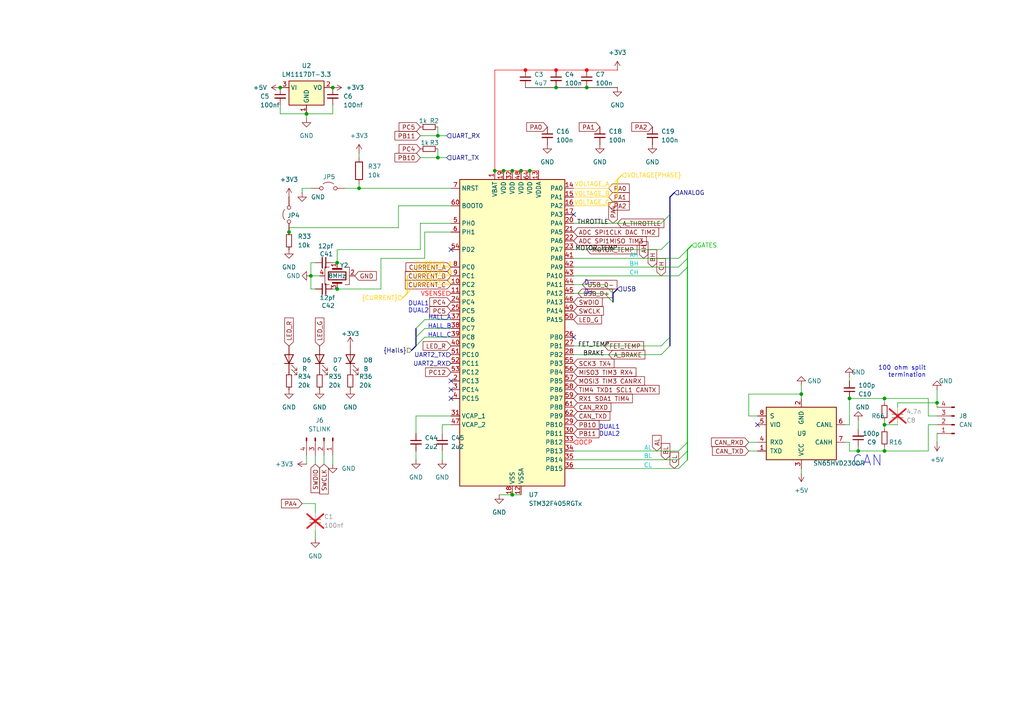
<source format=kicad_sch>
(kicad_sch (version 20231120) (generator "eeschema") (generator_version "8.0")
  (paper "A4")
  (lib_symbols
    (symbol "Connector:Conn_01x04_Pin" (pin_names (offset 1.016) hide)
      (property "Reference" "J" (at 0 5.08 0))
      (property "Value" "Conn_01x04_Pin" (at 0 -7.62 0))
      (symbol "Conn_01x04_Pin_1_1"
        (polyline (pts (xy 1.27 -5.08) (xy 0.8636 -5.08)) (stroke (width 0.1524)))
        (polyline (pts (xy 1.27 -2.54) (xy 0.8636 -2.54)) (stroke (width 0.1524)))
        (polyline (pts (xy 1.27 0) (xy 0.8636 0)) (stroke (width 0.1524)))
        (polyline (pts (xy 1.27 2.54) (xy 0.8636 2.54)) (stroke (width 0.1524)))
        (rectangle (start 0.8636 -4.953) (end 0 -5.207) (stroke (width 0.1524)) (fill (type outline)))
        (rectangle (start 0.8636 -2.413) (end 0 -2.667) (stroke (width 0.1524)) (fill (type outline)))
        (rectangle (start 0.8636 0.127) (end 0 -0.127) (stroke (width 0.1524)) (fill (type outline)))
        (rectangle (start 0.8636 2.667) (end 0 2.413) (stroke (width 0.1524)) (fill (type outline)))
        (pin passive line (at 5.08 2.54 180) (length 3.81) (name "Pin_1") (number "1"))
        (pin passive line (at 5.08 0 180) (length 3.81) (name "Pin_2") (number "2"))
        (pin passive line (at 5.08 -2.54 180) (length 3.81) (name "Pin_3") (number "3"))
        (pin passive line (at 5.08 -5.08 180) (length 3.81) (name "Pin_4") (number "4"))
      )
    )
    (symbol "Device:C_Small" (pin_numbers hide) (pin_names (offset 0.254) hide)
      (property "Reference" "C" (at 0.254 1.778 0))
      (property "Value" "C_Small" (at 0.254 -2.032 0))
      (symbol "C_Small_0_1"
        (polyline (pts (xy -1.524 -0.508) (xy 1.524 -0.508)) (stroke (width 0.3302)))
        (polyline (pts (xy -1.524 0.508) (xy 1.524 0.508)) (stroke (width 0.3048)))
      )
      (symbol "C_Small_1_1"
        (pin passive line (at 0 2.54 270) (length 2.032) (name "~") (number "1"))
        (pin passive line (at 0 -2.54 90) (length 2.032) (name "~") (number "2"))
      )
    )
    (symbol "Device:Crystal_GND24" (pin_names (offset 1.016) hide)
      (property "Reference" "Y" (at 3.175 5.08 0))
      (property "Value" "Crystal_GND24" (at 3.175 3.175 0))
      (symbol "Crystal_GND24_0_1"
        (rectangle (start -1.143 2.54) (end 1.143 -2.54) (stroke (width 0.3048)))
        (polyline (pts (xy -2.54 0) (xy -2.032 0)))
        (polyline (pts (xy -2.032 -1.27) (xy -2.032 1.27)) (stroke (width 0.508)))
        (polyline (pts (xy 0 -3.81) (xy 0 -3.556)))
        (polyline (pts (xy 0 3.556) (xy 0 3.81)))
        (polyline (pts (xy 2.032 -1.27) (xy 2.032 1.27)) (stroke (width 0.508)))
        (polyline (pts (xy 2.032 0) (xy 2.54 0)))
        (polyline (pts (xy -2.54 -2.286) (xy -2.54 -3.556) (xy 2.54 -3.556) (xy 2.54 -2.286)))
        (polyline (pts (xy -2.54 2.286) (xy -2.54 3.556) (xy 2.54 3.556) (xy 2.54 2.286)))
      )
      (symbol "Crystal_GND24_1_1"
        (pin passive line (at -3.81 0 0) (length 1.27) (name "1") (number "1"))
        (pin passive line (at 0 5.08 270) (length 1.27) (name "2") (number "2"))
        (pin passive line (at 3.81 0 180) (length 1.27) (name "3") (number "3"))
        (pin passive line (at 0 -5.08 90) (length 1.27) (name "4") (number "4"))
      )
    )
    (symbol "Device:LED" (pin_numbers hide) (pin_names (offset 1.016) hide)
      (property "Reference" "D" (at 0 2.54 0))
      (property "Value" "LED" (at 0 -2.54 0))
      (symbol "LED_0_1"
        (polyline (pts (xy -1.27 -1.27) (xy -1.27 1.27)) (stroke (width 0.254)))
        (polyline (pts (xy -1.27 0) (xy 1.27 0)))
        (polyline (pts (xy 1.27 -1.27) (xy 1.27 1.27) (xy -1.27 0) (xy 1.27 -1.27)) (stroke (width 0.254)))
        (polyline (pts (xy -3.048 -0.762) (xy -4.572 -2.286) (xy -3.81 -2.286) (xy -4.572 -2.286) (xy -4.572 -1.524)))
        (polyline (pts (xy -1.778 -0.762) (xy -3.302 -2.286) (xy -2.54 -2.286) (xy -3.302 -2.286) (xy -3.302 -1.524)))
      )
      (symbol "LED_1_1"
        (pin passive line (at -3.81 0 0) (length 2.54) (name "K") (number "1"))
        (pin passive line (at 3.81 0 180) (length 2.54) (name "A") (number "2"))
      )
    )
    (symbol "Device:R" (pin_numbers hide) (pin_names (offset 0))
      (property "Reference" "R" (at 2.032 0 90))
      (property "Value" "R" (at 0 0 90))
      (symbol "R_0_1"
        (rectangle (start -1.016 -2.54) (end 1.016 2.54) (stroke (width 0.254)))
      )
      (symbol "R_1_1"
        (pin passive line (at 0 3.81 270) (length 1.27) (name "~") (number "1"))
        (pin passive line (at 0 -3.81 90) (length 1.27) (name "~") (number "2"))
      )
    )
    (symbol "Device:R_Small" (pin_numbers hide) (pin_names (offset 0.254) hide)
      (property "Reference" "R" (at 0.762 0.508 0))
      (property "Value" "R_Small" (at 0.762 -1.016 0))
      (symbol "R_Small_0_1"
        (rectangle (start -0.762 1.778) (end 0.762 -1.778) (stroke (width 0.2032)))
      )
      (symbol "R_Small_1_1"
        (pin passive line (at 0 2.54 270) (length 0.762) (name "~") (number "1"))
        (pin passive line (at 0 -2.54 90) (length 0.762) (name "~") (number "2"))
      )
    )
    (symbol "Interface_CAN_LIN:TJA1051T-3" (pin_names (offset 1.016))
      (property "Reference" "U" (at -10.16 8.89 0))
      (property "Value" "TJA1051T-3" (at 1.27 8.89 0))
      (symbol "TJA1051T-3_0_1"
        (rectangle (start -10.16 7.62) (end 10.16 -7.62) (stroke (width 0.254)) (fill (type background)))
      )
      (symbol "TJA1051T-3_1_1"
        (pin input line (at -12.7 5.08 0) (length 2.54) (name "TXD") (number "1"))
        (pin power_in line (at 0 -10.16 90) (length 2.54) (name "GND") (number "2"))
        (pin power_in line (at 0 10.16 270) (length 2.54) (name "VCC") (number "3"))
        (pin output line (at -12.7 2.54 0) (length 2.54) (name "RXD") (number "4"))
        (pin power_in line (at -12.7 -2.54 0) (length 2.54) (name "VIO") (number "5"))
        (pin bidirectional line (at 12.7 -2.54 180) (length 2.54) (name "CANL") (number "6"))
        (pin bidirectional line (at 12.7 2.54 180) (length 2.54) (name "CANH") (number "7"))
        (pin input line (at -12.7 -5.08 0) (length 2.54) (name "S") (number "8"))
      )
    )
    (symbol "Jumper:Jumper_2_Open" (pin_numbers hide) (pin_names (offset 0) hide) (exclude_from_sim yes)
      (property "Reference" "JP" (at 0 2.794 0))
      (property "Value" "Jumper_2_Open" (at 0 -2.286 0))
      (symbol "Jumper_2_Open_0_0"
        (circle (center -2.032 0) (radius 0.508))
        (circle (center 2.032 0) (radius 0.508))
      )
      (symbol "Jumper_2_Open_0_1"
        (arc (start 1.524 1.27) (mid 0 1.778) (end -1.524 1.27))
      )
      (symbol "Jumper_2_Open_1_1"
        (pin passive line (at -5.08 0 0) (length 2.54) (name "A") (number "1"))
        (pin passive line (at 5.08 0 180) (length 2.54) (name "B") (number "2"))
      )
    )
    (symbol "MCU_ST_STM32F4:STM32F405RGTx"
      (property "Reference" "U" (at -15.24 46.99 0))
      (property "Value" "STM32F405RGTx" (at 10.16 46.99 0))
      (symbol "STM32F405RGTx_0_1"
        (rectangle (start -15.24 -43.18) (end 15.24 45.72) (stroke (width 0.254)) (fill (type background)))
      )
      (symbol "STM32F405RGTx_1_1"
        (pin power_in line (at -5.08 48.26 270) (length 2.54) (name "VBAT") (number "1"))
        (pin bidirectional line (at -17.78 15.24 0) (length 2.54) (name "PC2") (number "10"))
        (pin bidirectional line (at -17.78 12.7 0) (length 2.54) (name "PC3") (number "11"))
        (pin power_in line (at 2.54 -45.72 90) (length 2.54) (name "VSSA") (number "12"))
        (pin power_in line (at 7.62 48.26 270) (length 2.54) (name "VDDA") (number "13"))
        (pin bidirectional line (at 17.78 43.18 180) (length 2.54) (name "PA0") (number "14"))
        (pin bidirectional line (at 17.78 40.64 180) (length 2.54) (name "PA1") (number "15"))
        (pin bidirectional line (at 17.78 38.1 180) (length 2.54) (name "PA2") (number "16"))
        (pin bidirectional line (at 17.78 35.56 180) (length 2.54) (name "PA3") (number "17"))
        (pin power_in line (at 0 -45.72 90) (length 2.54) (name "VSS") (number "18"))
        (pin power_in line (at -2.54 48.26 270) (length 2.54) (name "VDD") (number "19"))
        (pin bidirectional line (at -17.78 -12.7 0) (length 2.54) (name "PC13") (number "2"))
        (pin bidirectional line (at 17.78 33.02 180) (length 2.54) (name "PA4") (number "20"))
        (pin bidirectional line (at 17.78 30.48 180) (length 2.54) (name "PA5") (number "21"))
        (pin bidirectional line (at 17.78 27.94 180) (length 2.54) (name "PA6") (number "22"))
        (pin bidirectional line (at 17.78 25.4 180) (length 2.54) (name "PA7") (number "23"))
        (pin bidirectional line (at -17.78 10.16 0) (length 2.54) (name "PC4") (number "24"))
        (pin bidirectional line (at -17.78 7.62 0) (length 2.54) (name "PC5") (number "25"))
        (pin bidirectional line (at 17.78 0 180) (length 2.54) (name "PB0") (number "26"))
        (pin bidirectional line (at 17.78 -2.54 180) (length 2.54) (name "PB1") (number "27"))
        (pin bidirectional line (at 17.78 -5.08 180) (length 2.54) (name "PB2") (number "28"))
        (pin bidirectional line (at 17.78 -25.4 180) (length 2.54) (name "PB10") (number "29"))
        (pin bidirectional line (at -17.78 -15.24 0) (length 2.54) (name "PC14") (number "3"))
        (pin bidirectional line (at 17.78 -27.94 180) (length 2.54) (name "PB11") (number "30"))
        (pin power_out line (at -17.78 -22.86 0) (length 2.54) (name "VCAP_1") (number "31"))
        (pin power_in line (at 0 48.26 270) (length 2.54) (name "VDD") (number "32"))
        (pin bidirectional line (at 17.78 -30.48 180) (length 2.54) (name "PB12") (number "33"))
        (pin bidirectional line (at 17.78 -33.02 180) (length 2.54) (name "PB13") (number "34"))
        (pin bidirectional line (at 17.78 -35.56 180) (length 2.54) (name "PB14") (number "35"))
        (pin bidirectional line (at 17.78 -38.1 180) (length 2.54) (name "PB15") (number "36"))
        (pin bidirectional line (at -17.78 5.08 0) (length 2.54) (name "PC6") (number "37"))
        (pin bidirectional line (at -17.78 2.54 0) (length 2.54) (name "PC7") (number "38"))
        (pin bidirectional line (at -17.78 0 0) (length 2.54) (name "PC8") (number "39"))
        (pin bidirectional line (at -17.78 -17.78 0) (length 2.54) (name "PC15") (number "4"))
        (pin bidirectional line (at -17.78 -2.54 0) (length 2.54) (name "PC9") (number "40"))
        (pin bidirectional line (at 17.78 22.86 180) (length 2.54) (name "PA8") (number "41"))
        (pin bidirectional line (at 17.78 20.32 180) (length 2.54) (name "PA9") (number "42"))
        (pin bidirectional line (at 17.78 17.78 180) (length 2.54) (name "PA10") (number "43"))
        (pin bidirectional line (at 17.78 15.24 180) (length 2.54) (name "PA11") (number "44"))
        (pin bidirectional line (at 17.78 12.7 180) (length 2.54) (name "PA12") (number "45"))
        (pin bidirectional line (at 17.78 10.16 180) (length 2.54) (name "PA13") (number "46"))
        (pin power_out line (at -17.78 -25.4 0) (length 2.54) (name "VCAP_2") (number "47"))
        (pin power_in line (at 2.54 48.26 270) (length 2.54) (name "VDD") (number "48"))
        (pin bidirectional line (at 17.78 7.62 180) (length 2.54) (name "PA14") (number "49"))
        (pin bidirectional line (at -17.78 33.02 0) (length 2.54) (name "PH0") (number "5"))
        (pin bidirectional line (at 17.78 5.08 180) (length 2.54) (name "PA15") (number "50"))
        (pin bidirectional line (at -17.78 -5.08 0) (length 2.54) (name "PC10") (number "51"))
        (pin bidirectional line (at -17.78 -7.62 0) (length 2.54) (name "PC11") (number "52"))
        (pin bidirectional line (at -17.78 -10.16 0) (length 2.54) (name "PC12") (number "53"))
        (pin bidirectional line (at -17.78 25.4 0) (length 2.54) (name "PD2") (number "54"))
        (pin bidirectional line (at 17.78 -7.62 180) (length 2.54) (name "PB3") (number "55"))
        (pin bidirectional line (at 17.78 -10.16 180) (length 2.54) (name "PB4") (number "56"))
        (pin bidirectional line (at 17.78 -12.7 180) (length 2.54) (name "PB5") (number "57"))
        (pin bidirectional line (at 17.78 -15.24 180) (length 2.54) (name "PB6") (number "58"))
        (pin bidirectional line (at 17.78 -17.78 180) (length 2.54) (name "PB7") (number "59"))
        (pin bidirectional line (at -17.78 30.48 0) (length 2.54) (name "PH1") (number "6"))
        (pin input line (at -17.78 38.1 0) (length 2.54) (name "BOOT0") (number "60"))
        (pin bidirectional line (at 17.78 -20.32 180) (length 2.54) (name "PB8") (number "61"))
        (pin bidirectional line (at 17.78 -22.86 180) (length 2.54) (name "PB9") (number "62"))
        (pin passive line (at 0 -45.72 90) (length 2.54) hide (name "VSS") (number "63"))
        (pin power_in line (at 5.08 48.26 270) (length 2.54) (name "VDD") (number "64"))
        (pin input line (at -17.78 43.18 0) (length 2.54) (name "NRST") (number "7"))
        (pin bidirectional line (at -17.78 20.32 0) (length 2.54) (name "PC0") (number "8"))
        (pin bidirectional line (at -17.78 17.78 0) (length 2.54) (name "PC1") (number "9"))
      )
    )
    (symbol "Regulator_Linear:LM1117DT-3.3"
      (property "Reference" "U" (at -3.81 3.175 0))
      (property "Value" "LM1117DT-3.3" (at 0 3.175 0))
      (symbol "LM1117DT-3.3_0_1"
        (rectangle (start -5.08 -5.08) (end 5.08 1.905) (stroke (width 0.254)) (fill (type background)))
      )
      (symbol "LM1117DT-3.3_1_1"
        (pin power_in line (at 0 -7.62 90) (length 2.54) (name "GND") (number "1"))
        (pin power_out line (at 7.62 0 180) (length 2.54) (name "VO") (number "2"))
        (pin power_in line (at -7.62 0 0) (length 2.54) (name "VI") (number "3"))
      )
    )
    (symbol "power:+3V3" (power) (pin_numbers hide) (pin_names (offset 0) hide)
      (property "Value" "+3V3" (at 0 3.556 0))
      (symbol "+3V3_0_1"
        (polyline (pts (xy -0.762 1.27) (xy 0 2.54)))
        (polyline (pts (xy 0 0) (xy 0 2.54)))
        (polyline (pts (xy 0 2.54) (xy 0.762 1.27)))
      )
      (symbol "+3V3_1_1"
        (pin power_in line (at 0 0 90) (length 0) (name "~") (number "1"))
      )
    )
    (symbol "power:+5V" (power) (pin_numbers hide) (pin_names (offset 0) hide)
      (property "Value" "+5V" (at 0 3.556 0))
      (symbol "+5V_0_1"
        (polyline (pts (xy -0.762 1.27) (xy 0 2.54)))
        (polyline (pts (xy 0 0) (xy 0 2.54)))
        (polyline (pts (xy 0 2.54) (xy 0.762 1.27)))
      )
      (symbol "+5V_1_1"
        (pin power_in line (at 0 0 90) (length 0) (name "~") (number "1"))
      )
    )
    (symbol "power:GND" (power) (pin_numbers hide) (pin_names (offset 0) hide)
      (property "Value" "GND" (at 0 -3.81 0))
      (symbol "GND_0_1"
        (polyline (pts (xy 0 0) (xy 0 -1.27) (xy 1.27 -1.27) (xy 0 -2.54) (xy -1.27 -1.27) (xy 0 -1.27)))
      )
      (symbol "GND_1_1"
        (pin power_in line (at 0 0 270) (length 0) (name "~") (number "1"))
      )
    )
  )
  (junction (at 151.13 49.53))
  (junction (at 90.17 80.01))
  (junction (at 146.05 49.53))
  (junction (at 127 39.37))
  (junction (at 152.4 20.32) (color 255 0 0 1))
  (junction (at 143.51 49.53))
  (junction (at 81.28 25.4))
  (junction (at 248.92 130.81))
  (junction (at 256.54 123.19))
  (junction (at 161.29 25.4))
  (junction (at 83.82 67.31))
  (junction (at 97.79 83.82))
  (junction (at 256.54 130.81))
  (junction (at 88.9 33.02))
  (junction (at 246.38 115.57))
  (junction (at 161.29 20.32) (color 255 0 0 1))
  (junction (at 148.59 143.51))
  (junction (at 153.67 49.53))
  (junction (at 256.54 115.57))
  (junction (at 232.41 114.3))
  (junction (at 127 45.72))
  (junction (at 97.79 76.2))
  (junction (at 170.18 20.32) (color 255 0 0 1))
  (junction (at 96.52 25.4))
  (junction (at 148.59 49.53))
  (junction (at 271.78 116.84))
  (junction (at 170.18 25.4))
  (junction (at 104.14 54.61))
  (no_connect (at 130.81 110.49))
  (no_connect (at 166.37 62.23))
  (no_connect (at 130.81 115.57))
  (no_connect (at 219.71 123.19))
  (no_connect (at 130.81 113.03))
  (no_connect (at 166.37 97.79))
  (no_connect (at 130.81 72.39))
  (bus_entry (at 191.77 102.87) (size 2.54 -2.54))
  (bus_entry (at 176.53 57.15) (size 2.54 -2.54) (stroke (width 0) (color 255 206 0 1)))
  (bus_entry (at 196.85 74.93) (size 2.54 -2.54))
  (bus_entry (at 175.26 85.09) (size 2.54 2.54))
  (bus_entry (at 191.77 72.39) (size 2.54 -2.54))
  (bus_entry (at 191.77 100.33) (size 2.54 -2.54))
  (bus_entry (at 196.85 80.01) (size 2.54 -2.54))
  (bus_entry (at 118.11 80.01) (size 2.54 -2.54) (stroke (width 0) (color 255 206 0 1)))
  (bus_entry (at 118.11 85.09) (size 2.54 -2.54) (stroke (width 0) (color 255 206 0 1)))
  (bus_entry (at 196.85 77.47) (size 2.54 -2.54))
  (bus_entry (at 175.26 82.55) (size 2.54 2.54))
  (bus_entry (at 176.53 59.69) (size 2.54 -2.54) (stroke (width 0) (color 255 206 0 1)))
  (bus_entry (at 118.11 82.55) (size 2.54 -2.54) (stroke (width 0) (color 255 206 0 1)))
  (bus_entry (at 196.85 130.81) (size 2.54 -2.54))
  (bus_entry (at 176.53 54.61) (size 2.54 -2.54) (stroke (width 0) (color 255 206 0 1)))
  (bus_entry (at 120.65 95.25) (size 2.54 -2.54))
  (bus_entry (at 120.65 100.33) (size 2.54 -2.54))
  (bus_entry (at 191.77 64.77) (size 2.54 -2.54))
  (bus_entry (at 196.85 135.89) (size 2.54 -2.54))
  (bus_entry (at 120.65 97.79) (size 2.54 -2.54))
  (bus_entry (at 196.85 133.35) (size 2.54 -2.54))
  (wire (pts (xy 143.51 20.32) (xy 152.4 20.32)) (stroke (width 0) (color 255 0 0 1)))
  (wire (pts (xy 269.24 123.19) (xy 271.78 123.19)))
  (wire (pts (xy 246.38 115.57) (xy 256.54 115.57)))
  (bus (pts (xy 199.39 77.47) (xy 199.39 128.27)) (stroke (width 0) (color 0 194 0 1)))
  (wire (pts (xy 93.98 132.08) (xy 93.98 134.62)))
  (wire (pts (xy 120.65 82.55) (xy 130.81 82.55)) (stroke (width 0) (color 255 206 0 1)))
  (wire (pts (xy 104.14 44.45) (xy 104.14 45.72)))
  (wire (pts (xy 269.24 130.81) (xy 269.24 123.19)))
  (wire (pts (xy 104.14 53.34) (xy 104.14 54.61)))
  (wire (pts (xy 217.17 120.65) (xy 219.71 120.65)))
  (wire (pts (xy 120.65 130.81) (xy 120.65 133.35)))
  (bus (pts (xy 118.11 80.01) (xy 118.11 82.55)) (stroke (width 0) (color 255 206 0 1)))
  (wire (pts (xy 121.92 39.37) (xy 127 39.37)))
  (wire (pts (xy 166.37 54.61) (xy 176.53 54.61)) (stroke (width 0) (color 255 206 0 1)))
  (wire (pts (xy 120.65 125.73) (xy 120.65 120.65)))
  (wire (pts (xy 256.54 130.81) (xy 256.54 129.54)))
  (wire (pts (xy 88.9 33.02) (xy 96.52 33.02)))
  (wire (pts (xy 166.37 130.81) (xy 196.85 130.81)))
  (wire (pts (xy 166.37 102.87) (xy 191.77 102.87)))
  (wire (pts (xy 128.27 130.81) (xy 128.27 133.35)))
  (wire (pts (xy 91.44 146.05) (xy 91.44 148.59)))
  (bus (pts (xy 199.39 128.27) (xy 199.39 130.81)) (stroke (width 0) (color 0 194 0 1)))
  (wire (pts (xy 256.54 124.46) (xy 256.54 123.19)))
  (wire (pts (xy 152.4 25.4) (xy 161.29 25.4)) (stroke (width 0) (color 0 0 0 1)))
  (wire (pts (xy 166.37 85.09) (xy 175.26 85.09)))
  (wire (pts (xy 120.65 120.65) (xy 130.81 120.65)))
  (wire (pts (xy 260.35 118.11) (xy 260.35 116.84)))
  (bus (pts (xy 179.07 54.61) (xy 179.07 52.07)) (stroke (width 0) (color 255 206 0 1)))
  (wire (pts (xy 148.59 143.51) (xy 151.13 143.51)))
  (wire (pts (xy 248.92 130.81) (xy 246.38 130.81)))
  (wire (pts (xy 151.13 49.53) (xy 153.67 49.53)) (stroke (width 0) (color 253 0 0 1)))
  (wire (pts (xy 83.82 66.04) (xy 115.57 66.04)))
  (wire (pts (xy 166.37 74.93) (xy 196.85 74.93)))
  (wire (pts (xy 271.78 113.03) (xy 271.78 116.84)))
  (wire (pts (xy 91.44 76.2) (xy 90.17 76.2)))
  (wire (pts (xy 97.79 83.82) (xy 110.49 83.82)))
  (wire (pts (xy 127 39.37) (xy 129.54 39.37)))
  (wire (pts (xy 121.92 64.77) (xy 130.81 64.77)))
  (wire (pts (xy 217.17 114.3) (xy 217.17 120.65)))
  (wire (pts (xy 217.17 130.81) (xy 219.71 130.81)))
  (wire (pts (xy 115.57 59.69) (xy 115.57 66.04)))
  (wire (pts (xy 245.11 128.27) (xy 246.38 128.27)))
  (wire (pts (xy 110.49 74.93) (xy 123.19 74.93)))
  (bus (pts (xy 199.39 74.93) (xy 199.39 77.47)) (stroke (width 0) (color 0 194 0 1)))
  (wire (pts (xy 217.17 128.27) (xy 219.71 128.27)))
  (wire (pts (xy 166.37 80.01) (xy 196.85 80.01)))
  (wire (pts (xy 104.14 54.61) (xy 130.81 54.61)))
  (wire (pts (xy 91.44 153.67) (xy 91.44 156.21)))
  (wire (pts (xy 127 45.72) (xy 129.54 45.72)))
  (wire (pts (xy 246.38 123.19) (xy 246.38 115.57)))
  (wire (pts (xy 127 43.18) (xy 127 45.72)))
  (wire (pts (xy 248.92 130.81) (xy 248.92 129.54)))
  (bus (pts (xy 179.07 52.07) (xy 180.34 50.8)) (stroke (width 0) (color 255 206 0 1)))
  (wire (pts (xy 166.37 77.47) (xy 196.85 77.47)))
  (wire (pts (xy 246.38 130.81) (xy 246.38 128.27)))
  (wire (pts (xy 232.41 114.3) (xy 232.41 111.76)))
  (wire (pts (xy 166.37 59.69) (xy 176.53 59.69)) (stroke (width 0) (color 255 206 0 1)))
  (wire (pts (xy 90.17 83.82) (xy 91.44 83.82)))
  (wire (pts (xy 166.37 133.35) (xy 196.85 133.35)))
  (wire (pts (xy 146.05 49.53) (xy 148.59 49.53)) (stroke (width 0) (color 253 0 0 1)))
  (wire (pts (xy 269.24 130.81) (xy 256.54 130.81)))
  (wire (pts (xy 91.44 132.08) (xy 91.44 134.62)))
  (wire (pts (xy 245.11 123.19) (xy 246.38 123.19)))
  (wire (pts (xy 96.52 30.48) (xy 96.52 33.02)))
  (wire (pts (xy 143.51 49.53) (xy 146.05 49.53)) (stroke (width 0) (color 253 0 0 1)))
  (wire (pts (xy 143.51 20.32) (xy 143.51 49.53)) (stroke (width 0) (color 255 0 0 1)))
  (wire (pts (xy 232.41 135.89) (xy 232.41 137.16)))
  (wire (pts (xy 166.37 135.89) (xy 196.85 135.89)))
  (wire (pts (xy 256.54 115.57) (xy 256.54 116.84)))
  (wire (pts (xy 81.28 33.02) (xy 81.28 30.48)))
  (bus (pts (xy 177.8 85.09) (xy 177.8 87.63)))
  (wire (pts (xy 271.78 116.84) (xy 271.78 118.11)))
  (bus (pts (xy 179.07 57.15) (xy 179.07 54.61)) (stroke (width 0) (color 255 206 0 1)))
  (wire (pts (xy 271.78 116.84) (xy 260.35 116.84)))
  (bus (pts (xy 120.65 95.25) (xy 120.65 97.79)))
  (bus (pts (xy 177.8 85.09) (xy 179.07 83.82)))
  (bus (pts (xy 120.65 100.33) (xy 120.65 97.79)))
  (wire (pts (xy 123.19 97.79) (xy 130.81 97.79)))
  (wire (pts (xy 161.29 25.4) (xy 170.18 25.4)) (stroke (width 0) (color 0 0 0 1)))
  (wire (pts (xy 92.71 80.01) (xy 90.17 80.01)))
  (wire (pts (xy 166.37 82.55) (xy 175.26 82.55)))
  (wire (pts (xy 96.52 83.82) (xy 97.79 83.82)))
  (wire (pts (xy 87.63 146.05) (xy 91.44 146.05)))
  (wire (pts (xy 232.41 114.3) (xy 217.17 114.3)))
  (bus (pts (xy 194.31 97.79) (xy 194.31 100.33)))
  (bus (pts (xy 118.11 85.09) (xy 116.84 86.36)) (stroke (width 0) (color 255 206 0 1)))
  (wire (pts (xy 97.79 76.2) (xy 96.52 76.2)))
  (bus (pts (xy 118.11 82.55) (xy 118.11 85.09)) (stroke (width 0) (color 255 206 0 1)))
  (wire (pts (xy 148.59 49.53) (xy 151.13 49.53)) (stroke (width 0) (color 253 0 0 1)))
  (wire (pts (xy 121.92 72.39) (xy 121.92 64.77)))
  (bus (pts (xy 199.39 72.39) (xy 200.66 71.12)) (stroke (width 0) (color 0 194 0 1)))
  (wire (pts (xy 97.79 72.39) (xy 121.92 72.39)))
  (bus (pts (xy 120.65 100.33) (xy 119.38 101.6)))
  (wire (pts (xy 170.18 25.4) (xy 179.07 25.4)) (stroke (width 0) (color 0 0 0 1)))
  (wire (pts (xy 152.4 20.32) (xy 161.29 20.32)) (stroke (width 0) (color 255 0 0 1)))
  (bus (pts (xy 194.31 57.15) (xy 195.58 55.88)))
  (wire (pts (xy 144.78 143.51) (xy 148.59 143.51)))
  (wire (pts (xy 153.67 49.53) (xy 156.21 49.53)) (stroke (width 0) (color 253 0 0 1)))
  (bus (pts (xy 199.39 130.81) (xy 199.39 133.35)) (stroke (width 0) (color 0 194 0 1)))
  (wire (pts (xy 246.38 110.49) (xy 246.38 109.22)))
  (wire (pts (xy 88.9 132.08) (xy 88.9 134.62)))
  (wire (pts (xy 166.37 100.33) (xy 191.77 100.33)))
  (wire (pts (xy 256.54 130.81) (xy 248.92 130.81)))
  (wire (pts (xy 260.35 123.19) (xy 256.54 123.19)))
  (wire (pts (xy 121.92 45.72) (xy 127 45.72)))
  (bus (pts (xy 194.31 69.85) (xy 194.31 97.79)))
  (wire (pts (xy 123.19 95.25) (xy 130.81 95.25)))
  (wire (pts (xy 83.82 66.04) (xy 83.82 67.31)))
  (wire (pts (xy 120.65 77.47) (xy 130.81 77.47)) (stroke (width 0) (color 255 206 0 1)))
  (bus (pts (xy 199.39 72.39) (xy 199.39 74.93)) (stroke (width 0) (color 0 194 0 1)))
  (wire (pts (xy 248.92 124.46) (xy 248.92 121.92)))
  (wire (pts (xy 100.33 54.61) (xy 104.14 54.61)))
  (wire (pts (xy 88.9 33.02) (xy 81.28 33.02)))
  (wire (pts (xy 90.17 54.61) (xy 87.63 54.61)))
  (wire (pts (xy 271.78 120.65) (xy 269.24 120.65)))
  (wire (pts (xy 123.19 92.71) (xy 130.81 92.71)))
  (wire (pts (xy 90.17 76.2) (xy 90.17 80.01)))
  (wire (pts (xy 269.24 120.65) (xy 269.24 115.57)))
  (bus (pts (xy 194.31 62.23) (xy 194.31 69.85)))
  (wire (pts (xy 123.19 67.31) (xy 123.19 74.93)))
  (wire (pts (xy 232.41 115.57) (xy 232.41 114.3)))
  (wire (pts (xy 161.29 20.32) (xy 170.18 20.32)) (stroke (width 0) (color 255 0 0 1)))
  (wire (pts (xy 166.37 64.77) (xy 191.77 64.77)))
  (wire (pts (xy 110.49 83.82) (xy 110.49 74.93)))
  (wire (pts (xy 256.54 123.19) (xy 256.54 121.92)))
  (wire (pts (xy 115.57 59.69) (xy 130.81 59.69)))
  (wire (pts (xy 170.18 20.32) (xy 179.07 20.32)) (stroke (width 0) (color 255 0 0 1)))
  (wire (pts (xy 88.9 34.29) (xy 88.9 33.02)))
  (wire (pts (xy 120.65 80.01) (xy 130.81 80.01)) (stroke (width 0) (color 255 206 0 1)))
  (wire (pts (xy 166.37 72.39) (xy 191.77 72.39)))
  (bus (pts (xy 194.31 57.15) (xy 194.31 62.23)))
  (wire (pts (xy 271.78 128.27) (xy 271.78 125.73)))
  (wire (pts (xy 166.37 57.15) (xy 176.53 57.15)) (stroke (width 0) (color 255 206 0 1)))
  (wire (pts (xy 269.24 115.57) (xy 256.54 115.57)))
  (wire (pts (xy 97.79 72.39) (xy 97.79 76.2)))
  (wire (pts (xy 128.27 123.19) (xy 128.27 125.73)))
  (wire (pts (xy 87.63 54.61) (xy 87.63 55.88)))
  (wire (pts (xy 127 36.83) (xy 127 39.37)))
  (wire (pts (xy 130.81 123.19) (xy 128.27 123.19)))
  (wire (pts (xy 96.52 132.08) (xy 96.52 134.62)))
  (wire (pts (xy 130.81 67.31) (xy 123.19 67.31)))
  (wire (pts (xy 90.17 80.01) (xy 90.17 83.82)))
  (text "HALL_C\n" (at 127.508 97.282 0) (effects (font (size 1.27 1.27))))
  (text "CURRENT_A" (at 125.73 76.708 0) (effects (font (size 1.27 1.27))))
  (text "HALL_B\n" (at 127.508 94.742 0) (effects (font (size 1.27 1.27))))
  (text "100 ohm split\n termination" (at 268.605 109.601 0) (effects (font (size 1.27 1.27)) (justify right bottom)))
  (text "VOLTAGE_C" (at 171.704 58.928 0) (effects (font (size 1.27 1.27))))
  (text "DUAL1\nDUAL2" (at 176.784 124.968 0) (effects (font (size 1.27 1.27))))
  (text "CH" (at 183.896 79.248 0) (effects (font (size 1.27 1.27))))
  (text "D-" (at 170.942 82.042 0) (effects (font (size 1.27 1.27))))
  (text "VOLTAGE_A" (at 171.704 53.594 0) (effects (font (size 1.27 1.27))))
  (text "HALL_A\n" (at 127.508 92.202 0) (effects (font (size 1.27 1.27))))
  (text "AH" (at 183.896 74.168 0) (effects (font (size 1.27 1.27))))
  (text "THROTTLE\n" (at 171.958 64.516 0) (effects (font (size 1.27 1.27))))
  (text "CURRENT_B" (at 125.73 79.248 0) (effects (font (size 1.27 1.27))))
  (text "FET_TEMP" (at 172.212 100.076 0) (effects (font (size 1.27 1.27))))
  (text "VOLTAGE_B" (at 171.704 56.388 0) (effects (font (size 1.27 1.27))))
  (text "CL" (at 187.96 135.128 0) (effects (font (size 1.27 1.27))))
  (text "BRAKE" (at 172.212 102.616 0) (effects (font (size 1.27 1.27))))
  (text "CURRENT_C" (at 125.73 81.788 0) (effects (font (size 1.27 1.27))))
  (text "BH" (at 183.896 76.708 0) (effects (font (size 1.27 1.27))))
  (text "D+" (at 170.942 84.836 0) (effects (font (size 1.27 1.27))))
  (text "AL" (at 187.96 130.048 0) (effects (font (size 1.27 1.27))))
  (text "BL" (at 187.9599 132.4376 0) (effects (font (size 1.27 1.27))))
  (text "DUAL1\nDUAL2" (at 121.412 89.154 0) (effects (font (size 1.27 1.27))))
  (text "MOTOR_TEMP" (at 172.974 72.136 0) (effects (font (size 1.27 1.27))))
  (text "CAN" (at 256.032 135.509 0) (effects (font (size 2.9972 2.9972)) (justify right bottom)))
  (global_label "PC5" (shape input) (at 121.92 36.83 180) (property "Intersheetrefs" "${INTERSHEET_REFS}" (effects (hide yes))))
  (global_label "LED_G" (shape input) (at 166.37 92.71 0) (property "Intersheetrefs" "${INTERSHEET_REFS}" (effects (hide yes))))
  (global_label "AL" (shape input) (at 190.5 130.81 90) (property "Intersheetrefs" "${INTERSHEET_REFS}" (effects (hide yes))))
  (global_label "ADC SPI1MISO TIM3" (shape input) (at 166.37 69.85 0) (property "Intersheetrefs" "${INTERSHEET_REFS}" (effects (hide yes))))
  (global_label "PA1" (shape input) (at 173.99 36.83 180) (property "Intersheetrefs" "${INTERSHEET_REFS}" (effects (hide yes))))
  (global_label "PC4" (shape input) (at 130.81 87.63 180) (property "Intersheetrefs" "${INTERSHEET_REFS}" (effects (hide yes))))
  (global_label "SWDIO" (shape input) (at 91.44 134.62 270) (property "Intersheetrefs" "${INTERSHEET_REFS}" (effects (hide yes))))
  (global_label "CAN_RXD" (shape input) (at 217.17 128.27 180) (property "Intersheetrefs" "${INTERSHEET_REFS}" (effects (hide yes))))
  (global_label "PA0" (shape input) (at 158.75 36.83 180) (property "Intersheetrefs" "${INTERSHEET_REFS}" (effects (hide yes))))
  (global_label "SWCLK" (shape input) (at 93.98 134.62 270) (property "Intersheetrefs" "${INTERSHEET_REFS}" (effects (hide yes))))
  (global_label "BH" (shape input) (at 189.23 77.47 90) (property "Intersheetrefs" "${INTERSHEET_REFS}" (effects (hide yes))))
  (global_label "MOSI3 TIM3 CANRX" (shape input) (at 166.37 110.49 0) (property "Intersheetrefs" "${INTERSHEET_REFS}" (effects (hide yes))))
  (global_label "CURRENT_A" (shape input) (at 130.81 77.47 180) (property "Intersheetrefs" "${INTERSHEET_REFS}" (effects (hide yes))))
  (global_label "PC12" (shape input) (at 130.81 107.95 180) (property "Intersheetrefs" "${INTERSHEET_REFS}" (effects (hide yes))))
  (global_label "A_THROTTLE" (shape input) (at 179.07 64.77 0) (property "Intersheetrefs" "${INTERSHEET_REFS}" (effects (hide yes))))
  (global_label "ADC SPI1CLK DAC TIM2" (shape input) (at 166.37 67.31 0) (property "Intersheetrefs" "${INTERSHEET_REFS}" (effects (hide yes))))
  (global_label "A_BRAKE" (shape input) (at 176.53 102.87 0) (property "Intersheetrefs" "${INTERSHEET_REFS}" (effects (hide yes))))
  (global_label "LED_G" (shape input) (at 92.71 100.33 90) (property "Intersheetrefs" "${INTERSHEET_REFS}" (effects (hide yes))))
  (global_label "USB_D+" (shape input) (at 167.64 85.09 0) (property "Intersheetrefs" "${INTERSHEET_REFS}" (effects (hide yes))))
  (global_label "PB10" (shape input) (at 121.92 45.72 180) (property "Intersheetrefs" "${INTERSHEET_REFS}" (effects (hide yes))))
  (global_label "MISO3 TIM3 RX4" (shape input) (at 166.37 107.95 0) (property "Intersheetrefs" "${INTERSHEET_REFS}" (effects (hide yes))))
  (global_label "RX1 SDA1 TIM4" (shape input) (at 166.37 115.57 0) (property "Intersheetrefs" "${INTERSHEET_REFS}" (effects (hide yes))))
  (global_label "USB_D-" (shape input) (at 168.91 82.55 0) (property "Intersheetrefs" "${INTERSHEET_REFS}" (effects (hide yes))))
  (global_label "SCK3 TX4" (shape input) (at 166.37 105.41 0) (property "Intersheetrefs" "${INTERSHEET_REFS}" (effects (hide yes))))
  (global_label "PA2" (shape input) (at 189.23 36.83 180) (property "Intersheetrefs" "${INTERSHEET_REFS}" (effects (hide yes))))
  (global_label "GND" (shape input) (at 102.87 80.01 0) (property "Intersheetrefs" "${INTERSHEET_REFS}" (effects (hide yes))))
  (global_label "FET_TEMP" (shape input) (at 175.26 100.33 0) (property "Intersheetrefs" "${INTERSHEET_REFS}" (effects (hide yes))))
  (global_label "PB10" (shape input) (at 166.37 123.19 0) (property "Intersheetrefs" "${INTERSHEET_REFS}" (effects (hide yes))))
  (global_label "PB11" (shape input) (at 166.37 125.73 0) (property "Intersheetrefs" "${INTERSHEET_REFS}" (effects (hide yes))))
  (global_label "SWDIO" (shape input) (at 166.37 87.63 0) (property "Intersheetrefs" "${INTERSHEET_REFS}" (effects (hide yes))))
  (global_label "PA1" (shape input) (at 176.53 57.15 0) (property "Intersheetrefs" "${INTERSHEET_REFS}" (effects (hide yes))))
  (global_label "CAN_TXD" (shape input) (at 217.17 130.81 180) (property "Intersheetrefs" "${INTERSHEET_REFS}" (effects (hide yes))))
  (global_label "LED_R" (shape input) (at 130.81 100.33 180) (property "Intersheetrefs" "${INTERSHEET_REFS}" (effects (hide yes))))
  (global_label "CH" (shape input) (at 191.77 80.01 90) (property "Intersheetrefs" "${INTERSHEET_REFS}" (effects (hide yes))))
  (global_label "AH" (shape input) (at 186.69 74.93 90) (property "Intersheetrefs" "${INTERSHEET_REFS}" (effects (hide yes))))
  (global_label "PC4" (shape input) (at 121.92 43.18 180) (property "Intersheetrefs" "${INTERSHEET_REFS}" (effects (hide yes))))
  (global_label "PA2" (shape input) (at 176.53 59.69 0) (property "Intersheetrefs" "${INTERSHEET_REFS}" (effects (hide yes))))
  (global_label "MOTOR_TEMP" (shape input) (at 170.18 72.39 0) (property "Intersheetrefs" "${INTERSHEET_REFS}" (effects (hide yes))))
  (global_label "PA4" (shape input) (at 177.8 64.77 90) (property "Intersheetrefs" "${INTERSHEET_REFS}" (effects (hide yes))))
  (global_label "PA0" (shape input) (at 176.53 54.61 0) (property "Intersheetrefs" "${INTERSHEET_REFS}" (effects (hide yes))))
  (global_label "PA4" (shape input) (at 87.63 146.05 180) (property "Intersheetrefs" "${INTERSHEET_REFS}" (effects (hide yes))))
  (global_label "TIM4 TXD1 SCL1 CANTX" (shape input) (at 166.37 113.03 0) (property "Intersheetrefs" "${INTERSHEET_REFS}" (effects (hide yes))))
  (global_label "LED_R" (shape input) (at 83.82 100.33 90) (property "Intersheetrefs" "${INTERSHEET_REFS}" (effects (hide yes))))
  (global_label "CURRENT_B" (shape input) (at 130.81 80.01 180) (property "Intersheetrefs" "${INTERSHEET_REFS}" (effects (hide yes))))
  (global_label "CL" (shape input) (at 195.58 135.89 90) (property "Intersheetrefs" "${INTERSHEET_REFS}" (effects (hide yes))))
  (global_label "BL" (shape input) (at 193.04 133.35 90) (property "Intersheetrefs" "${INTERSHEET_REFS}" (effects (hide yes))))
  (global_label "CAN_TXD" (shape input) (at 166.37 120.65 0) (property "Intersheetrefs" "${INTERSHEET_REFS}" (effects (hide yes))))
  (global_label "SWCLK" (shape input) (at 166.37 90.17 0) (property "Intersheetrefs" "${INTERSHEET_REFS}" (effects (hide yes))))
  (global_label "CURRENT_C" (shape input) (at 130.81 82.55 180) (property "Intersheetrefs" "${INTERSHEET_REFS}" (effects (hide yes))))
  (global_label "CAN_RXD" (shape input) (at 166.37 118.11 0) (property "Intersheetrefs" "${INTERSHEET_REFS}" (effects (hide yes))))
  (global_label "PB11" (shape input) (at 121.92 39.37 180) (property "Intersheetrefs" "${INTERSHEET_REFS}" (effects (hide yes))))
  (global_label "PC5" (shape input) (at 130.81 90.17 180) (property "Intersheetrefs" "${INTERSHEET_REFS}" (effects (hide yes))))
  (hierarchical_label "{CURRENT}" (shape input) (at 116.84 86.36 180))
  (hierarchical_label "UART2_RX" (shape input) (at 130.81 105.41 180))
  (hierarchical_label "ANALOG" (shape input) (at 195.58 55.88 0))
  (hierarchical_label "UART_RX" (shape input) (at 129.54 39.37 0))
  (hierarchical_label "VSENSE" (shape input) (at 130.81 85.09 180))
  (hierarchical_label "{Halls}" (shape input) (at 119.38 101.6 180))
  (hierarchical_label "GATES" (shape input) (at 200.66 71.12 0))
  (hierarchical_label "OCP" (shape input) (at 166.37 128.27 0))
  (hierarchical_label "UART_TX" (shape input) (at 129.54 45.72 0))
  (hierarchical_label "USB" (shape input) (at 179.07 83.82 0))
  (hierarchical_label "VOLTAGE{PHASE}" (shape input) (at 180.34 50.8 0))
  (hierarchical_label "UART2_TX" (shape input) (at 130.81 102.87 180))
  (symbol (lib_id "power:GND") (at 91.44 156.21 0) (unit 1)
    (property "Reference" "#PWR01" (effects (hide yes)))
    (property "Value" "GND" (at 91.44 161.29 0))
    (property "Description" "Power symbol creates a global label with name \"GND\" , ground" (effects (hide yes)))
  )
  (symbol (lib_id "Device:R") (at 104.14 49.53 0) (unit 1)
    (property "Reference" "R37" (at 106.68 48.2599 0) (effects (justify left)))
    (property "Value" "10k" (at 106.68 50.7999 0) (effects (justify left)))
    (property "Footprint" "Resistor_SMD:R_0402_1005Metric" (effects (hide yes)))
    (property "Description" "Resistor" (effects (hide yes)))
    (property "LCSC" " C25804" (effects (hide yes)))
  )
  (symbol (lib_id "Device:C_Small") (at 81.28 27.94 0) (unit 1)
    (property "Reference" "C5" (at 75.438 27.94 0) (effects (justify left)))
    (property "Value" "100nf" (at 75.438 30.48 0) (effects (justify left)))
    (property "Footprint" "Capacitor_Tantalum_SMD:CP_EIA-3216-18_Kemet-A" (effects (hide yes)))
    (property "Description" "Unpolarized capacitor, small symbol" (effects (hide yes)))
    (property "LCSC" "C122257" (effects (hide yes)))
  )
  (symbol (lib_id "Device:R_Small") (at 92.71 110.49 0) (unit 1)
    (property "Reference" "R35" (at 95.25 109.2199 0) (effects (justify left)))
    (property "Value" "20k" (at 95.25 111.7599 0) (effects (justify left)))
    (property "Footprint" "Resistor_SMD:R_0402_1005Metric" (effects (hide yes)))
    (property "Description" "Resistor, small symbol" (effects (hide yes)))
    (property "LCSC" "C25765" (effects (hide yes)))
  )
  (symbol (lib_id "Device:R_Small") (at 256.54 119.38 0) (mirror y) (unit 1)
    (property "Reference" "R66" (at 252.73 120.65 0) (effects (justify right)))
    (property "Value" "100Ω" (effects (hide yes)))
    (property "Footprint" "Resistor_SMD:R_0402_1005Metric" (effects (hide yes)))
    (property "LCSC" "C25076" (effects (hide yes)))
  )
  (symbol (lib_id "Device:C_Small") (at 128.27 128.27 0) (unit 1)
    (property "Reference" "C45" (at 130.81 127.0062 0) (effects (justify left)))
    (property "Value" "2u2" (at 130.81 129.5462 0) (effects (justify left)))
    (property "Footprint" "Capacitor_SMD:C_0603_1608Metric" (effects (hide yes)))
    (property "Description" "Unpolarized capacitor, small symbol" (effects (hide yes)))
    (property "LCSC" "C23630" (effects (hide yes)))
  )
  (symbol (lib_id "Device:R_Small") (at 101.6 110.49 0) (unit 1)
    (property "Reference" "R36" (at 104.14 109.2199 0) (effects (justify left)))
    (property "Value" "20k" (at 104.14 111.7599 0) (effects (justify left)))
    (property "Footprint" "Resistor_SMD:R_0402_1005Metric" (effects (hide yes)))
    (property "Description" "Resistor, small symbol" (effects (hide yes)))
    (property "LCSC" "C25765" (effects (hide yes)))
  )
  (symbol (lib_id "power:GND") (at 271.78 113.03 0) (mirror x) (unit 1)
    (property "Reference" "#PWR089" (effects (hide yes)))
    (property "Value" "GND" (at 274.32 110.49 0))
  )
  (symbol (lib_id "power:GND") (at 83.82 113.03 0) (unit 1)
    (property "Reference" "#PWR062" (effects (hide yes)))
    (property "Value" "GND" (at 83.82 118.11 0))
    (property "Description" "Power symbol creates a global label with name \"GND\" , ground" (effects (hide yes)))
  )
  (symbol (lib_id "power:+5V") (at 232.41 137.16 0) (mirror x) (unit 1)
    (property "Reference" "#PWR093" (effects (hide yes)))
    (property "Value" "+5V" (at 232.41 142.24 0))
    (property "Description" "Power symbol creates a global label with name \"+5V\"" (effects (hide yes)))
  )
  (symbol (lib_id "Device:R_Small") (at 256.54 127 0) (mirror y) (unit 1)
    (property "Reference" "R16" (at 257.81 128.27 0) (effects (justify right)))
    (property "Value" "100Ω" (effects (hide yes)))
    (property "Footprint" "Resistor_SMD:R_0402_1005Metric" (effects (hide yes)))
    (property "LCSC" "C25076" (effects (hide yes)))
  )
  (symbol (lib_id "Device:C_Small") (at 152.4 22.86 0) (unit 1)
    (property "Reference" "C3" (at 154.94 21.5962 0) (effects (justify left)))
    (property "Value" "4u7" (at 154.94 24.1362 0) (effects (justify left)))
    (property "Footprint" "Capacitor_SMD:C_0402_1005Metric" (effects (hide yes)))
    (property "Description" "Unpolarized capacitor, small symbol" (effects (hide yes)))
    (property "LCSC" "C23733" (effects (hide yes)))
  )
  (symbol (lib_id "power:+5V") (at 271.78 128.27 180) (unit 1)
    (property "Reference" "#PWR088" (effects (hide yes)))
    (property "Value" "+5V" (at 271.78 133.35 0))
  )
  (symbol (lib_id "Device:R_Small") (at 124.46 36.83 90) (unit 1)
    (property "Reference" "R2" (at 125.984 35.052 90))
    (property "Value" "1k" (at 122.682 35.052 90))
    (property "Footprint" "Resistor_SMD:R_0402_1005Metric" (effects (hide yes)))
    (property "Description" "Resistor, small symbol" (effects (hide yes)))
    (property "LCSC" "C11702" (effects (hide yes)))
  )
  (symbol (lib_id "Device:C_Small") (at 189.23 39.37 0) (unit 1)
    (property "Reference" "C19" (at 191.77 38.1062 0) (effects (justify left)))
    (property "Value" "100n" (at 191.77 40.6462 0) (effects (justify left)))
    (property "Footprint" "Capacitor_SMD:C_0402_1005Metric" (effects (hide yes)))
    (property "Description" "Unpolarized capacitor, small symbol" (effects (hide yes)))
    (property "LCSC" "C1525 " (effects (hide yes)))
  )
  (symbol (lib_id "Device:R_Small") (at 83.82 69.85 0) (unit 1)
    (property "Reference" "R33" (at 86.36 68.5799 0) (effects (justify left)))
    (property "Value" "10k" (at 86.36 71.1199 0) (effects (justify left)))
    (property "Footprint" "Resistor_SMD:R_0603_1608Metric" (effects (hide yes)))
    (property "Description" "Resistor, small symbol" (effects (hide yes)))
    (property "LCSC" " C25804" (effects (hide yes)))
  )
  (symbol (lib_id "power:GND") (at 88.9 34.29 0) (unit 1)
    (property "Reference" "#PWR020" (effects (hide yes)))
    (property "Value" "GND" (at 88.9 39.37 0))
    (property "Description" "Power symbol creates a global label with name \"GND\" , ground" (effects (hide yes)))
  )
  (symbol (lib_id "Device:R_Small") (at 83.82 110.49 0) (unit 1)
    (property "Reference" "R34" (at 86.36 109.2199 0) (effects (justify left)))
    (property "Value" "20k" (at 86.36 111.7599 0) (effects (justify left)))
    (property "Footprint" "Resistor_SMD:R_0402_1005Metric" (effects (hide yes)))
    (property "Description" "Resistor, small symbol" (effects (hide yes)))
    (property "LCSC" "C25765" (effects (hide yes)))
  )
  (symbol (lib_id "power:GND") (at 246.38 109.22 180) (unit 1)
    (property "Reference" "#PWR091" (effects (hide yes)))
    (property "Value" "GND" (at 248.92 107.95 0))
  )
  (symbol (lib_id "power:GND") (at 158.75 41.91 0) (unit 1)
    (property "Reference" "#PWR085" (effects (hide yes)))
    (property "Value" "GND" (at 158.75 46.99 0))
    (property "Description" "Power symbol creates a global label with name \"GND\" , ground" (effects (hide yes)))
  )
  (symbol (lib_id "Device:C_Small") (at 93.98 83.82 270) (unit 1)
    (property "Reference" "C42" (at 93.218 88.646 90) (effects (justify left)))
    (property "Value" "12pf" (at 92.7038 86.36 90) (effects (justify left)))
    (property "Footprint" "Capacitor_SMD:C_0402_1005Metric" (effects (hide yes)))
    (property "Description" "Unpolarized capacitor, small symbol" (effects (hide yes)))
    (property "LCSC" "C1547" (effects (hide yes)))
  )
  (symbol (lib_id "power:GND") (at 96.52 134.62 0) (unit 1)
    (property "Reference" "#PWR066" (effects (hide yes)))
    (property "Value" "GND" (at 99.06 135.8899 0) (effects (justify left)))
    (property "Description" "Power symbol creates a global label with name \"GND\" , ground" (effects (hide yes)))
  )
  (symbol (lib_id "power:+5V") (at 81.28 25.4 90) (unit 1)
    (property "Reference" "#PWR019" (effects (hide yes)))
    (property "Value" "+5V" (at 77.47 25.3999 90) (effects (justify left)))
    (property "Description" "Power symbol creates a global label with name \"+5V\"" (effects (hide yes)))
  )
  (symbol (lib_id "Device:LED") (at 92.71 104.14 90) (unit 1)
    (property "Reference" "D7" (at 96.52 104.4574 90) (effects (justify right)))
    (property "Value" "G" (at 96.52 106.9974 90) (effects (justify right)))
    (property "Footprint" "LED_SMD:LED_0603_1608Metric" (effects (hide yes)))
    (property "Description" "Light emitting diode" (effects (hide yes)))
    (property "LCSC" "C87326" (effects (hide yes)))
  )
  (symbol (lib_id "power:GND") (at 87.63 55.88 0) (unit 1)
    (property "Reference" "#PWR063" (effects (hide yes)))
    (property "Value" "GND" (at 90.17 57.1499 0) (effects (justify left)))
    (property "Description" "Power symbol creates a global label with name \"GND\" , ground" (effects (hide yes)))
  )
  (symbol (lib_id "Device:C_Small") (at 96.52 27.94 0) (unit 1)
    (property "Reference" "C6" (at 99.568 27.94 0) (effects (justify left)))
    (property "Value" "100nf" (at 99.568 30.48 0) (effects (justify left)))
    (property "Footprint" "Capacitor_SMD:C_0603_1608Metric" (effects (hide yes)))
    (property "Description" "Unpolarized capacitor, small symbol" (effects (hide yes)))
    (property "LCSC" "C1952781" (effects (hide yes)))
  )
  (symbol (lib_id "power:GND") (at 83.82 72.39 0) (unit 1)
    (property "Reference" "#PWR061" (effects (hide yes)))
    (property "Value" "GND" (at 83.82 77.47 0))
    (property "Description" "Power symbol creates a global label with name \"GND\" , ground" (effects (hide yes)))
  )
  (symbol (lib_id "Device:LED") (at 83.82 104.14 90) (unit 1)
    (property "Reference" "D6" (at 87.63 104.4574 90) (effects (justify right)))
    (property "Value" "R" (at 87.63 106.9974 90) (effects (justify right)))
    (property "Footprint" "LED_SMD:LED_0603_1608Metric" (effects (hide yes)))
    (property "Description" "Light emitting diode" (effects (hide yes)))
    (property "LCSC" "C2286" (effects (hide yes)))
  )
  (symbol (lib_id "power:+3V3") (at 96.52 25.4 270) (unit 1)
    (property "Reference" "#PWR021" (effects (hide yes)))
    (property "Value" "+3V3" (at 100.33 25.3999 90) (effects (justify left)))
    (property "Description" "Power symbol creates a global label with name \"+3V3\"" (effects (hide yes)))
  )
  (symbol (lib_id "power:GND") (at 120.65 133.35 0) (unit 1)
    (property "Reference" "#PWR072" (effects (hide yes)))
    (property "Value" "GND" (at 120.65 138.43 0))
    (property "Description" "Power symbol creates a global label with name \"GND\" , ground" (effects (hide yes)))
  )
  (symbol (lib_id "power:GND") (at 92.71 113.03 0) (unit 1)
    (property "Reference" "#PWR065" (effects (hide yes)))
    (property "Value" "GND" (at 92.71 118.11 0))
    (property "Description" "Power symbol creates a global label with name \"GND\" , ground" (effects (hide yes)))
  )
  (symbol (lib_id "power:GND") (at 189.23 41.91 0) (unit 1)
    (property "Reference" "#PWR087" (effects (hide yes)))
    (property "Value" "GND" (at 189.23 46.99 0))
    (property "Description" "Power symbol creates a global label with name \"GND\" , ground" (effects (hide yes)))
  )
  (symbol (lib_id "Interface_CAN_LIN:TJA1051T-3") (at 232.41 125.73 0) (mirror x) (unit 1)
    (property "Reference" "U9" (at 231.14 125.73 0) (effects (justify left)))
    (property "Value" "SN65HVD230DR" (at 235.839 134.366 0) (effects (justify left)))
    (property "Footprint" "Package_SO:SOIC-8_3.9x4.9mm_P1.27mm" (effects (hide yes)))
    (property "Datasheet" "https://datasheet.lcsc.com/lcsc/1809201810_NXP-Semicon-TJA1050T-CM-118_C6952.pdf" (effects (hide yes)))
    (property "LCSC" "C12084" (effects (hide yes)))
  )
  (symbol (lib_id "Device:C_Small") (at 260.35 120.65 0) (mirror x) (unit 1) (dnp yes)
    (property "Reference" "C8" (at 262.89 121.92 0) (effects (justify left)))
    (property "Value" "4.7n" (at 262.89 119.38 0) (effects (justify left)))
    (property "Footprint" "Capacitor_SMD:C_0402_1005Metric" (effects (hide yes)))
    (property "Datasheet" "https://datasheet.lcsc.com/lcsc/1811031110_FH--Guangdong-Fenghua-Advanced-Tech-0402B472K500NT_C1538.pdf" (effects (hide yes)))
    (property "LCSC" "C1538" (effects (hide yes)))
  )
  (symbol (lib_id "Device:LED") (at 101.6 104.14 90) (unit 1)
    (property "Reference" "D8" (at 105.41 104.4574 90) (effects (justify right)))
    (property "Value" "B" (at 105.41 106.9974 90) (effects (justify right)))
    (property "Footprint" "LED_SMD:LED_0603_1608Metric" (effects (hide yes)))
    (property "Description" "Light emitting diode" (effects (hide yes)))
    (property "LCSC" "C2689219" (effects (hide yes)))
  )
  (symbol (lib_id "power:GND") (at 248.92 121.92 180) (unit 1)
    (property "Reference" "#PWR090" (effects (hide yes)))
    (property "Value" "GND" (at 250.19 118.11 0))
  )
  (symbol (lib_id "Device:C_Small") (at 173.99 39.37 0) (unit 1)
    (property "Reference" "C18" (at 176.53 38.1062 0) (effects (justify left)))
    (property "Value" "100n" (at 176.53 40.6462 0) (effects (justify left)))
    (property "Footprint" "Capacitor_SMD:C_0402_1005Metric" (effects (hide yes)))
    (property "Description" "Unpolarized capacitor, small symbol" (effects (hide yes)))
    (property "LCSC" "C1525 " (effects (hide yes)))
  )
  (symbol (lib_id "Jumper:Jumper_2_Open") (at 95.25 54.61 0) (unit 1) (exclude_from_sim yes)
    (property "Reference" "JP5" (at 97.282 51.308 0) (effects (justify right)))
    (property "Value" "Jumper_2_Open" (effects (hide yes)))
    (property "Footprint" "Connector_PinHeader_2.54mm:PinHeader_1x02_P2.54mm_Vertical" (effects (hide yes)))
    (property "Description" "Jumper, 2-pole, open" (effects (hide yes)))
  )
  (symbol (lib_id "power:+3V3") (at 101.6 100.33 0) (unit 1)
    (property "Reference" "#PWR067" (effects (hide yes)))
    (property "Value" "+3V3" (at 101.6 96.774 0))
    (property "Description" "Power symbol creates a global label with name \"+3V3\"" (effects (hide yes)))
  )
  (symbol (lib_id "Device:C_Small") (at 91.44 151.13 0) (unit 1) (dnp yes)
    (property "Reference" "C1" (at 93.98 149.8662 0) (effects (justify left)))
    (property "Value" "100nf" (at 93.98 152.4062 0) (effects (justify left)))
    (property "Footprint" "Capacitor_SMD:C_0402_1005Metric" (effects (hide yes)))
    (property "Description" "Unpolarized capacitor, small symbol" (effects (hide yes)))
    (property "LCSC" "C1525 " (effects (hide yes)))
  )
  (symbol (lib_id "MCU_ST_STM32F4:STM32F405RGTx") (at 148.59 97.79 0) (unit 1)
    (property "Reference" "U7" (at 153.3241 143.51 0) (effects (justify left)))
    (property "Value" "STM32F405RGTx" (at 153.3241 146.05 0) (effects (justify left)))
    (property "Footprint" "Package_QFP:LQFP-64_10x10mm_P0.5mm" (effects (hide yes)))
    (property "Datasheet" "https://www.st.com/resource/en/datasheet/stm32f405rg.pdf" (effects (hide yes)))
    (property "Description" "STMicroelectronics Arm Cortex-M4 MCU, 1024KB flash, 192KB RAM, 168 MHz, 1.8-3.6V, 51 GPIO, LQFP64" (effects (hide yes)))
    (property "LCSC" "C15742" (effects (hide yes)))
  )
  (symbol (lib_id "power:+3V3") (at 179.07 20.32 0) (unit 1)
    (property "Reference" "#PWR03" (effects (hide yes)))
    (property "Value" "+3V3" (at 179.07 15.24 0))
    (property "Description" "Power symbol creates a global label with name \"+3V3\"" (effects (hide yes)))
  )
  (symbol (lib_id "Device:C_Small") (at 246.38 113.03 0) (mirror x) (unit 1)
    (property "Reference" "C10" (at 248.92 114.3 0) (effects (justify left)))
    (property "Value" "100p" (at 248.92 111.76 0) (effects (justify left)))
    (property "Footprint" "Capacitor_SMD:C_0402_1005Metric" (effects (hide yes)))
    (property "LCSC" "C1546" (effects (hide yes)))
  )
  (symbol (lib_id "power:GND") (at 90.17 80.01 270) (unit 1)
    (property "Reference" "#PWR069" (effects (hide yes)))
    (property "Value" "GND" (at 85.09 80.01 90))
    (property "Description" "Power symbol creates a global label with name \"GND\" , ground" (effects (hide yes)))
  )
  (symbol (lib_id "power:+3V3") (at 88.9 134.62 90) (unit 1)
    (property "Reference" "#PWR064" (effects (hide yes)))
    (property "Value" "+3V3" (at 85.09 134.6199 90) (effects (justify left)))
    (property "Description" "Power symbol creates a global label with name \"+3V3\"" (effects (hide yes)))
  )
  (symbol (lib_id "Device:C_Small") (at 161.29 22.86 0) (unit 1)
    (property "Reference" "C4" (at 163.83 21.5962 0) (effects (justify left)))
    (property "Value" "100n" (at 163.83 24.1362 0) (effects (justify left)))
    (property "Footprint" "Capacitor_SMD:C_0402_1005Metric" (effects (hide yes)))
    (property "Description" "Unpolarized capacitor, small symbol" (effects (hide yes)))
    (property "LCSC" "C1525" (effects (hide yes)))
  )
  (symbol (lib_id "Device:R_Small") (at 124.46 43.18 270) (unit 1)
    (property "Reference" "R3" (at 125.984 41.402 90))
    (property "Value" "1k" (at 123.19 41.402 90))
    (property "Footprint" "Resistor_SMD:R_0402_1005Metric" (effects (hide yes)))
    (property "Description" "Resistor, small symbol" (effects (hide yes)))
    (property "LCSC" "C11702 " (effects (hide yes)))
  )
  (symbol (lib_id "Connector:Conn_01x04_Pin") (at 276.86 123.19 180) (unit 1)
    (property "Reference" "J8" (at 278.13 120.6499 0) (effects (justify right)))
    (property "Value" "CAN" (at 278.13 123.1899 0) (effects (justify right)))
    (property "Footprint" "Connector_JST:JST_PH_B4B-PH-K_1x04_P2.00mm_Vertical" (effects (hide yes)))
    (property "Description" "Generic connector, single row, 01x04, script generated" (effects (hide yes)))
  )
  (symbol (lib_id "power:GND") (at 144.78 143.51 0) (unit 1)
    (property "Reference" "#PWR075" (effects (hide yes)))
    (property "Value" "GND" (at 144.78 148.59 0))
    (property "Description" "Power symbol creates a global label with name \"GND\" , ground" (effects (hide yes)))
  )
  (symbol (lib_id "Device:C_Small") (at 158.75 39.37 0) (unit 1)
    (property "Reference" "C16" (at 161.29 38.1062 0) (effects (justify left)))
    (property "Value" "100n" (at 161.29 40.6462 0) (effects (justify left)))
    (property "Footprint" "Capacitor_SMD:C_0402_1005Metric" (effects (hide yes)))
    (property "Description" "Unpolarized capacitor, small symbol" (effects (hide yes)))
    (property "LCSC" "C1525 " (effects (hide yes)))
  )
  (symbol (lib_id "Connector:Conn_01x04_Pin") (at 93.98 127 270) (unit 1)
    (property "Reference" "J6" (at 92.71 121.92 90))
    (property "Value" "STLINK" (at 92.71 124.46 90))
    (property "Footprint" "Connector_PinHeader_2.00mm:PinHeader_2x02_P2.00mm_Vertical" (effects (hide yes)))
    (property "Description" "Generic connector, single row, 01x04, script generated" (effects (hide yes)))
  )
  (symbol (lib_id "Regulator_Linear:LM1117DT-3.3") (at 88.9 25.4 0) (unit 1)
    (property "Reference" "U2" (at 88.9 19.05 0))
    (property "Value" "LM1117DT-3.3" (at 88.9 21.59 0))
    (property "Footprint" "Package_TO_SOT_SMD:SOT-223-3_TabPin2" (effects (hide yes)))
    (property "Datasheet" "http://www.ti.com/lit/ds/symlink/lm1117.pdf" (effects (hide yes)))
    (property "Description" "800mA Low-Dropout Linear Regulator, 3.3V fixed output, TO-252" (effects (hide yes)))
    (property "LCSC" "C126027" (effects (hide yes)))
  )
  (symbol (lib_id "Device:C_Small") (at 120.65 128.27 0) (unit 1)
    (property "Reference" "C44" (at 123.19 127.0062 0) (effects (justify left)))
    (property "Value" "2u2" (at 123.19 129.5462 0) (effects (justify left)))
    (property "Footprint" "Capacitor_SMD:C_0603_1608Metric" (effects (hide yes)))
    (property "Description" "Unpolarized capacitor, small symbol" (effects (hide yes)))
    (property "LCSC" "C23630" (effects (hide yes)))
  )
  (symbol (lib_id "power:GND") (at 128.27 133.35 0) (unit 1)
    (property "Reference" "#PWR073" (effects (hide yes)))
    (property "Value" "GND" (at 128.27 138.43 0))
    (property "Description" "Power symbol creates a global label with name \"GND\" , ground" (effects (hide yes)))
  )
  (symbol (lib_id "Device:C_Small") (at 248.92 127 0) (mirror x) (unit 1)
    (property "Reference" "C9" (at 251.46 128.27 0) (effects (justify left)))
    (property "Value" "100p" (at 250.19 125.73 0) (effects (justify left)))
    (property "Footprint" "Capacitor_SMD:C_0402_1005Metric" (effects (hide yes)))
    (property "LCSC" "C1546" (effects (hide yes)))
  )
  (symbol (lib_id "Device:C_Small") (at 170.18 22.86 0) (unit 1)
    (property "Reference" "C7" (at 172.72 21.5962 0) (effects (justify left)))
    (property "Value" "100n" (at 172.72 24.1362 0) (effects (justify left)))
    (property "Footprint" "Capacitor_SMD:C_0402_1005Metric" (effects (hide yes)))
    (property "Description" "Unpolarized capacitor, small symbol" (effects (hide yes)))
    (property "LCSC" "C1525" (effects (hide yes)))
  )
  (symbol (lib_id "power:GND") (at 232.41 111.76 180) (unit 1)
    (property "Reference" "#PWR092" (effects (hide yes)))
    (property "Value" "GND" (at 236.22 110.49 0))
  )
  (symbol (lib_id "Jumper:Jumper_2_Open") (at 83.82 62.23 90) (unit 1) (exclude_from_sim yes)
    (property "Reference" "JP4" (at 83.312 62.484 90) (effects (justify right)))
    (property "Value" "Jumper_2_Open" (effects (hide yes)))
    (property "Footprint" "Connector_PinHeader_2.54mm:PinHeader_1x02_P2.54mm_Vertical" (effects (hide yes)))
    (property "Description" "Jumper, 2-pole, open" (effects (hide yes)))
  )
  (symbol (lib_id "Device:Crystal_GND24") (at 97.79 80.01 270) (unit 1)
    (property "Reference" "Y2" (at 99.822 76.962 90))
    (property "Value" "8MHz" (at 97.79 80.01 90))
    (property "Footprint" "Crystal:Crystal_SMD_3225-4Pin_3.2x2.5mm" (effects (hide yes)))
    (property "Description" "Four pin crystal, GND on pins 2 and 4" (effects (hide yes)))
    (property "LCSC" "C518154" (effects (hide yes)))
  )
  (symbol (lib_id "power:GND") (at 179.07 25.4 0) (unit 1)
    (property "Reference" "#PWR04" (effects (hide yes)))
    (property "Value" "GND" (at 179.07 30.48 0))
    (property "Description" "Power symbol creates a global label with name \"GND\" , ground" (effects (hide yes)))
  )
  (symbol (lib_id "power:GND") (at 101.6 113.03 0) (unit 1)
    (property "Reference" "#PWR068" (effects (hide yes)))
    (property "Value" "GND" (at 101.6 118.11 0))
    (property "Description" "Power symbol creates a global label with name \"GND\" , ground" (effects (hide yes)))
  )
  (symbol (lib_id "power:GND") (at 173.99 41.91 0) (unit 1)
    (property "Reference" "#PWR086" (effects (hide yes)))
    (property "Value" "GND" (at 173.99 46.99 0))
    (property "Description" "Power symbol creates a global label with name \"GND\" , ground" (effects (hide yes)))
  )
  (symbol (lib_id "power:+3V3") (at 104.14 44.45 0) (unit 1)
    (property "Reference" "#PWR070" (effects (hide yes)))
    (property "Value" "+3V3" (at 104.14 39.37 0))
    (property "Description" "Power symbol creates a global label with name \"+3V3\"" (effects (hide yes)))
  )
  (symbol (lib_id "Device:C_Small") (at 93.98 76.2 270) (unit 1)
    (property "Reference" "C41" (at 92.71 73.66 90) (effects (justify left)))
    (property "Value" "12pf" (at 92.202 71.374 90) (effects (justify left)))
    (property "Footprint" "Capacitor_SMD:C_0402_1005Metric" (effects (hide yes)))
    (property "Description" "Unpolarized capacitor, small symbol" (effects (hide yes)))
    (property "LCSC" "C1547" (effects (hide yes)))
  )
  (symbol (lib_id "power:+3V3") (at 83.82 57.15 0) (unit 1)
    (property "Reference" "#PWR060" (effects (hide yes)))
    (property "Value" "+3V3" (at 83.82 52.07 0))
    (property "Description" "Power symbol creates a global label with name \"+3V3\"" (effects (hide yes)))
  )
)
</source>
